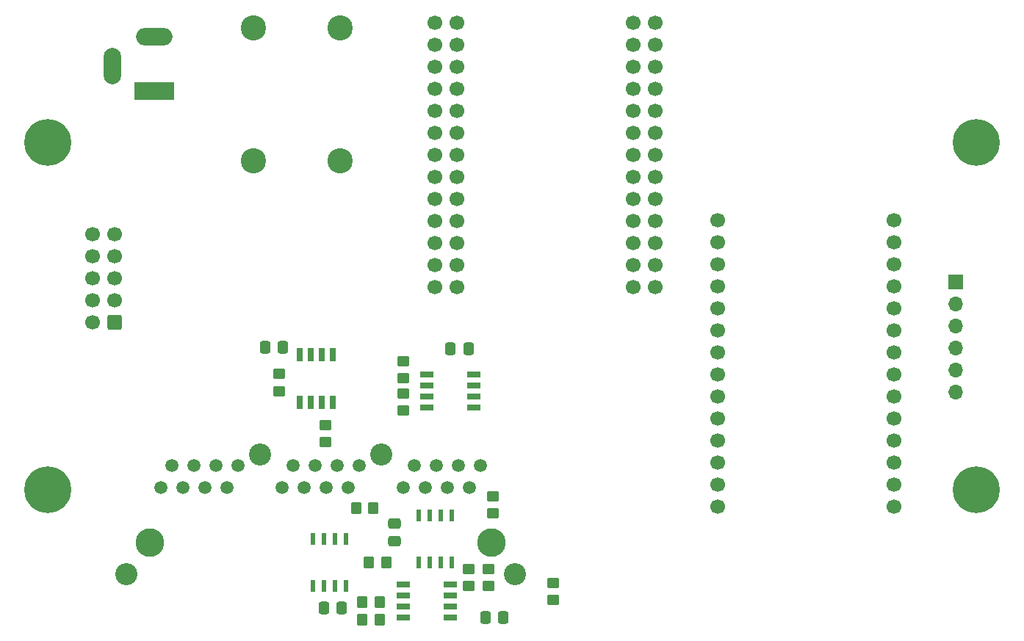
<source format=gbr>
%TF.GenerationSoftware,KiCad,Pcbnew,8.0.0*%
%TF.CreationDate,2024-03-26T17:27:08+01:00*%
%TF.ProjectId,som-exp-host,736f6d2d-6578-4702-9d68-6f73742e6b69,rev?*%
%TF.SameCoordinates,Original*%
%TF.FileFunction,Soldermask,Bot*%
%TF.FilePolarity,Negative*%
%FSLAX46Y46*%
G04 Gerber Fmt 4.6, Leading zero omitted, Abs format (unit mm)*
G04 Created by KiCad (PCBNEW 8.0.0) date 2024-03-26 17:27:08*
%MOMM*%
%LPD*%
G01*
G04 APERTURE LIST*
G04 Aperture macros list*
%AMRoundRect*
0 Rectangle with rounded corners*
0 $1 Rounding radius*
0 $2 $3 $4 $5 $6 $7 $8 $9 X,Y pos of 4 corners*
0 Add a 4 corners polygon primitive as box body*
4,1,4,$2,$3,$4,$5,$6,$7,$8,$9,$2,$3,0*
0 Add four circle primitives for the rounded corners*
1,1,$1+$1,$2,$3*
1,1,$1+$1,$4,$5*
1,1,$1+$1,$6,$7*
1,1,$1+$1,$8,$9*
0 Add four rect primitives between the rounded corners*
20,1,$1+$1,$2,$3,$4,$5,0*
20,1,$1+$1,$4,$5,$6,$7,0*
20,1,$1+$1,$6,$7,$8,$9,0*
20,1,$1+$1,$8,$9,$2,$3,0*%
G04 Aperture macros list end*
%ADD10C,5.400000*%
%ADD11C,2.910000*%
%ADD12RoundRect,0.250000X0.600000X0.600000X-0.600000X0.600000X-0.600000X-0.600000X0.600000X-0.600000X0*%
%ADD13C,1.700000*%
%ADD14R,4.600000X2.000000*%
%ADD15O,4.200000X2.000000*%
%ADD16O,2.000000X4.200000*%
%ADD17R,1.700000X1.700000*%
%ADD18O,1.700000X1.700000*%
%ADD19C,3.300000*%
%ADD20C,1.500000*%
%ADD21C,2.550000*%
%ADD22RoundRect,0.250000X-0.350000X-0.450000X0.350000X-0.450000X0.350000X0.450000X-0.350000X0.450000X0*%
%ADD23R,0.650000X1.528000*%
%ADD24R,1.528000X0.650000*%
%ADD25RoundRect,0.250000X0.337500X0.475000X-0.337500X0.475000X-0.337500X-0.475000X0.337500X-0.475000X0*%
%ADD26RoundRect,0.250000X-0.337500X-0.475000X0.337500X-0.475000X0.337500X0.475000X-0.337500X0.475000X0*%
%ADD27RoundRect,0.250000X0.350000X0.450000X-0.350000X0.450000X-0.350000X-0.450000X0.350000X-0.450000X0*%
%ADD28RoundRect,0.250000X-0.450000X0.350000X-0.450000X-0.350000X0.450000X-0.350000X0.450000X0.350000X0*%
%ADD29R,0.558000X1.454899*%
%ADD30RoundRect,0.250000X0.450000X-0.350000X0.450000X0.350000X-0.450000X0.350000X-0.450000X-0.350000X0*%
%ADD31RoundRect,0.250000X0.475000X-0.337500X0.475000X0.337500X-0.475000X0.337500X-0.475000X-0.337500X0*%
G04 APERTURE END LIST*
D10*
%TO.C,H2*%
X197500000Y-66250000D03*
%TD*%
D11*
%TO.C,J3*%
X124192000Y-68300000D03*
X124192000Y-53000000D03*
%TD*%
%TO.C,J2*%
X114192000Y-68300000D03*
X114192000Y-53000000D03*
%TD*%
D10*
%TO.C,H3*%
X90500000Y-106250000D03*
%TD*%
%TO.C,H4*%
X197500000Y-106250000D03*
%TD*%
D12*
%TO.C,J7*%
X98226900Y-86950600D03*
D13*
X95686900Y-86950600D03*
X98226900Y-84410600D03*
X95686900Y-84410600D03*
X98226900Y-81870600D03*
X95686900Y-81870600D03*
X98226900Y-79330600D03*
X95686900Y-79330600D03*
X98226900Y-76790600D03*
X95686900Y-76790600D03*
%TD*%
D14*
%TO.C,J5*%
X102750000Y-60300000D03*
D15*
X102750000Y-54000000D03*
D16*
X97950000Y-57400000D03*
%TD*%
D17*
%TO.C,J6*%
X195130800Y-82340000D03*
D18*
X195130800Y-84880000D03*
X195130800Y-87420000D03*
X195130800Y-89960000D03*
X195130800Y-92500000D03*
X195130800Y-95040000D03*
%TD*%
D19*
%TO.C,J1*%
X102254600Y-112320000D03*
X141624600Y-112320000D03*
D20*
X103524600Y-105970000D03*
X104794600Y-103430000D03*
X106064600Y-105970000D03*
X107334600Y-103430000D03*
X108604600Y-105970000D03*
X109874600Y-103430000D03*
X111144600Y-105970000D03*
X112414600Y-103430000D03*
X117494600Y-105970000D03*
X118764600Y-103430000D03*
X120034600Y-105970000D03*
X121304600Y-103430000D03*
X122574600Y-105970000D03*
X123844600Y-103430000D03*
X125114600Y-105970000D03*
X126384600Y-103430000D03*
X131464600Y-105970000D03*
X132734600Y-103430000D03*
X134004600Y-105970000D03*
X135274600Y-103430000D03*
X136544600Y-105970000D03*
X137814600Y-103430000D03*
X139084600Y-105970000D03*
X140354600Y-103430000D03*
D21*
X99519600Y-116000000D03*
X144359600Y-116000000D03*
X114954600Y-102160000D03*
X128924600Y-102160000D03*
%TD*%
D13*
%TO.C,U2*%
X137627000Y-52378000D03*
X135087000Y-52378000D03*
X137627000Y-54918000D03*
X135087000Y-54918000D03*
X137627000Y-57458000D03*
X135087000Y-57458000D03*
X137627000Y-59998000D03*
X135087000Y-59998000D03*
X137627000Y-62538000D03*
X135087000Y-62538000D03*
X137627000Y-65078000D03*
X135087000Y-65078000D03*
X137627000Y-67618000D03*
X135087000Y-67618000D03*
X137627000Y-70158000D03*
X135087000Y-70158000D03*
X137627000Y-72698000D03*
X135087000Y-72698000D03*
X137627000Y-75238000D03*
X135087000Y-75238000D03*
X137627000Y-77778000D03*
X135087000Y-77778000D03*
X137627000Y-80318000D03*
X135087000Y-80318000D03*
X137627000Y-82858000D03*
X135087000Y-82858000D03*
X160517000Y-52378000D03*
X157977000Y-52378000D03*
X160517000Y-54918000D03*
X157977000Y-54918000D03*
X160517000Y-57458000D03*
X157977000Y-57458000D03*
X160517000Y-59998000D03*
X157977000Y-59998000D03*
X160517000Y-62538000D03*
X157977000Y-62538000D03*
X160517000Y-65078000D03*
X157977000Y-65078000D03*
X160517000Y-67618000D03*
X157977000Y-67618000D03*
X160517000Y-70158000D03*
X157977000Y-70158000D03*
X160517000Y-72698000D03*
X157977000Y-72698000D03*
X160517000Y-75238000D03*
X157977000Y-75238000D03*
X160517000Y-77778000D03*
X157977000Y-77778000D03*
X160517000Y-80318000D03*
X157977000Y-80318000D03*
X160517000Y-82858000D03*
X157977000Y-82858000D03*
%TD*%
%TO.C,U1*%
X167680000Y-75160000D03*
X167680000Y-77700000D03*
X167680000Y-80240000D03*
X167680000Y-82780000D03*
X167680000Y-85320000D03*
X167680000Y-87860000D03*
X167680000Y-90400000D03*
X167680000Y-92940000D03*
X167680000Y-95480000D03*
X167680000Y-98020000D03*
X167680000Y-100560000D03*
X167680000Y-103100000D03*
X167680000Y-105640000D03*
X167680000Y-108180000D03*
X188000000Y-108180000D03*
X188000000Y-105640000D03*
X188000000Y-103100000D03*
X188000000Y-100560000D03*
X188000000Y-98020000D03*
X188000000Y-95480000D03*
X188000000Y-92940000D03*
X188000000Y-90400000D03*
X188000000Y-87860000D03*
X188000000Y-85320000D03*
X188000000Y-82780000D03*
X188000000Y-80240000D03*
X188000000Y-77700000D03*
X188000000Y-75160000D03*
%TD*%
D10*
%TO.C,H1*%
X90500000Y-66250000D03*
%TD*%
D22*
%TO.C,R19*%
X126769200Y-121244000D03*
X128769200Y-121244000D03*
%TD*%
D23*
%TO.C,U9*%
X119570400Y-90727100D03*
X120840400Y-90727100D03*
X122110400Y-90727100D03*
X123380400Y-90727100D03*
X123380400Y-96149100D03*
X122110400Y-96149100D03*
X120840400Y-96149100D03*
X119570400Y-96149100D03*
%TD*%
D24*
%TO.C,U5*%
X139592600Y-92984000D03*
X139592600Y-94254000D03*
X139592600Y-95524000D03*
X139592600Y-96794000D03*
X134170600Y-96794000D03*
X134170600Y-95524000D03*
X134170600Y-94254000D03*
X134170600Y-92984000D03*
%TD*%
D25*
%TO.C,C8*%
X139000000Y-90000000D03*
X136925000Y-90000000D03*
%TD*%
D26*
%TO.C,C11*%
X122289800Y-119930000D03*
X124364800Y-119930000D03*
%TD*%
D27*
%TO.C,R15*%
X129501800Y-114634548D03*
X127501800Y-114634548D03*
%TD*%
D28*
%TO.C,R18*%
X141312800Y-115383200D03*
X141312800Y-117383200D03*
%TD*%
D29*
%TO.C,U12*%
X137071000Y-114647096D03*
X135801000Y-114647096D03*
X134531000Y-114647096D03*
X133261000Y-114647096D03*
X133261000Y-109204400D03*
X134531000Y-109204400D03*
X135801000Y-109204400D03*
X137071000Y-109204400D03*
%TD*%
D25*
%TO.C,C9*%
X117612500Y-89862500D03*
X115537500Y-89862500D03*
%TD*%
D22*
%TO.C,R16*%
X126769200Y-119220600D03*
X128769200Y-119220600D03*
%TD*%
D30*
%TO.C,R9*%
X117179400Y-94910600D03*
X117179400Y-92910600D03*
%TD*%
D28*
%TO.C,R20*%
X148750000Y-117000000D03*
X148750000Y-119000000D03*
%TD*%
D31*
%TO.C,C10*%
X130439800Y-112205000D03*
X130439800Y-110130000D03*
%TD*%
D28*
%TO.C,R17*%
X139001400Y-115383200D03*
X139001400Y-117383200D03*
%TD*%
%TO.C,R12*%
X131506000Y-91425200D03*
X131506000Y-93425200D03*
%TD*%
D27*
%TO.C,R13*%
X128019200Y-108360600D03*
X126019200Y-108360600D03*
%TD*%
D30*
%TO.C,R14*%
X141819200Y-109010600D03*
X141819200Y-107010600D03*
%TD*%
D29*
%TO.C,U11*%
X124829200Y-117393296D03*
X123559200Y-117393296D03*
X122289200Y-117393296D03*
X121019200Y-117393296D03*
X121019200Y-111950600D03*
X122289200Y-111950600D03*
X123559200Y-111950600D03*
X124829200Y-111950600D03*
%TD*%
D30*
%TO.C,R10*%
X122500000Y-100800000D03*
X122500000Y-98800000D03*
%TD*%
D28*
%TO.C,R11*%
X131439200Y-95133600D03*
X131439200Y-97133600D03*
%TD*%
D24*
%TO.C,U10*%
X131496600Y-120990000D03*
X131496600Y-119720000D03*
X131496600Y-118450000D03*
X131496600Y-117180000D03*
X136918600Y-117180000D03*
X136918600Y-118450000D03*
X136918600Y-119720000D03*
X136918600Y-120990000D03*
%TD*%
D26*
%TO.C,C12*%
X140925000Y-121000000D03*
X143000000Y-121000000D03*
%TD*%
M02*

</source>
